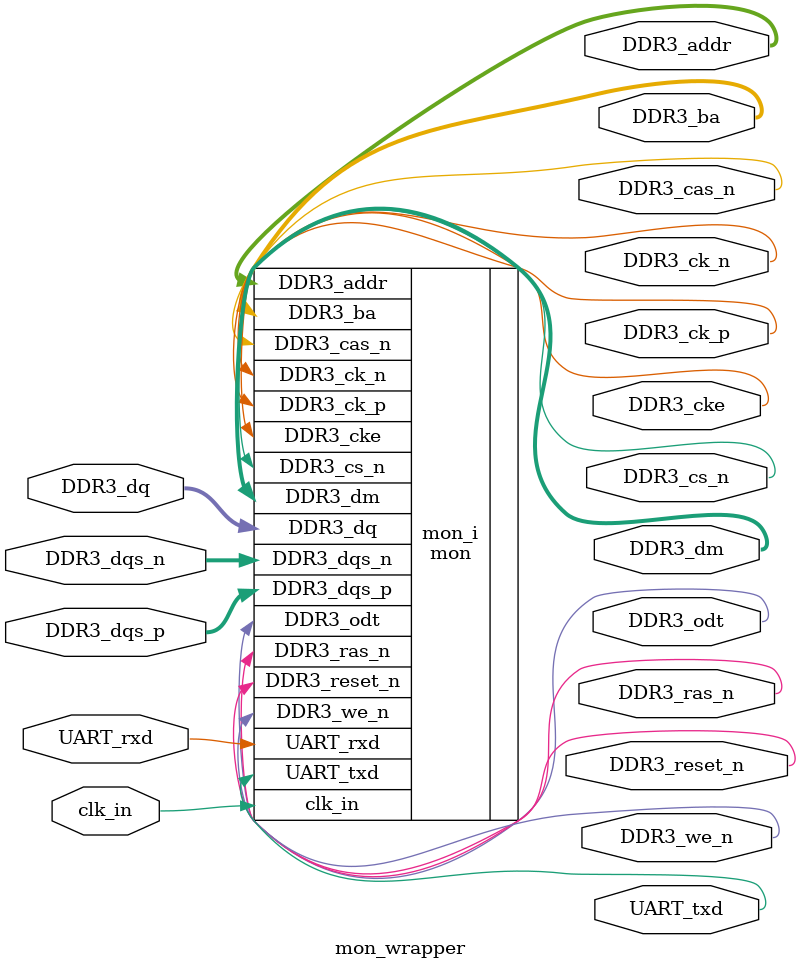
<source format=v>
`timescale 1 ps / 1 ps

module mon_wrapper
   (DDR3_addr,
    DDR3_ba,
    DDR3_cas_n,
    DDR3_ck_n,
    DDR3_ck_p,
    DDR3_cke,
    DDR3_cs_n,
    DDR3_dm,
    DDR3_dq,
    DDR3_dqs_n,
    DDR3_dqs_p,
    DDR3_odt,
    DDR3_ras_n,
    DDR3_reset_n,
    DDR3_we_n,
    UART_rxd,
    UART_txd,
    clk_in);
  output [12:0]DDR3_addr;
  output [2:0]DDR3_ba;
  output DDR3_cas_n;
  output [0:0]DDR3_ck_n;
  output [0:0]DDR3_ck_p;
  output [0:0]DDR3_cke;
  output [0:0]DDR3_cs_n;
  output [7:0]DDR3_dm;
  inout [63:0]DDR3_dq;
  inout [7:0]DDR3_dqs_n;
  inout [7:0]DDR3_dqs_p;
  output [0:0]DDR3_odt;
  output DDR3_ras_n;
  output DDR3_reset_n;
  output DDR3_we_n;
  input UART_rxd;
  output UART_txd;
  input clk_in;

  wire [12:0]DDR3_addr;
  wire [2:0]DDR3_ba;
  wire DDR3_cas_n;
  wire [0:0]DDR3_ck_n;
  wire [0:0]DDR3_ck_p;
  wire [0:0]DDR3_cke;
  wire [0:0]DDR3_cs_n;
  wire [7:0]DDR3_dm;
  wire [63:0]DDR3_dq;
  wire [7:0]DDR3_dqs_n;
  wire [7:0]DDR3_dqs_p;
  wire [0:0]DDR3_odt;
  wire DDR3_ras_n;
  wire DDR3_reset_n;
  wire DDR3_we_n;
  wire UART_rxd;
  wire UART_txd;
  wire clk_in;

  mon mon_i
       (.DDR3_addr(DDR3_addr),
        .DDR3_ba(DDR3_ba),
        .DDR3_cas_n(DDR3_cas_n),
        .DDR3_ck_n(DDR3_ck_n),
        .DDR3_ck_p(DDR3_ck_p),
        .DDR3_cke(DDR3_cke),
        .DDR3_cs_n(DDR3_cs_n),
        .DDR3_dm(DDR3_dm),
        .DDR3_dq(DDR3_dq),
        .DDR3_dqs_n(DDR3_dqs_n),
        .DDR3_dqs_p(DDR3_dqs_p),
        .DDR3_odt(DDR3_odt),
        .DDR3_ras_n(DDR3_ras_n),
        .DDR3_reset_n(DDR3_reset_n),
        .DDR3_we_n(DDR3_we_n),
        .UART_rxd(UART_rxd),
        .UART_txd(UART_txd),
        .clk_in(clk_in));
endmodule

</source>
